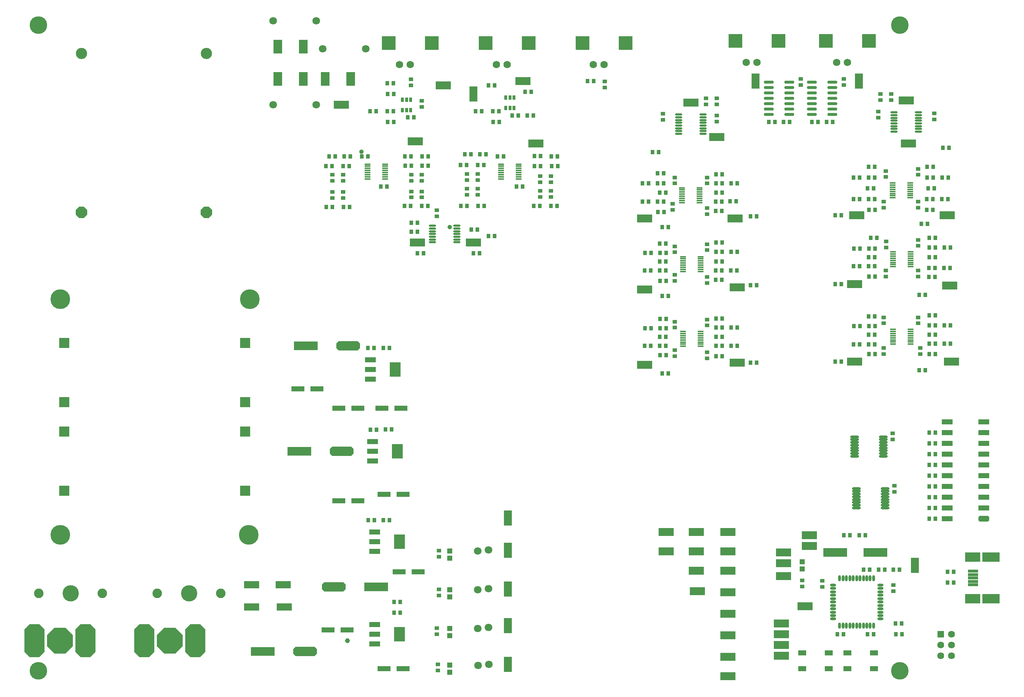
<source format=gts>
%FSLAX25Y25*%
%MOIN*%
G70*
G01*
G75*
G04 Layer_Color=8388736*
%ADD10R,0.03800X0.03200*%
%ADD11R,0.03200X0.03800*%
%ADD12R,0.11811X0.03937*%
%ADD13R,0.07087X0.13386*%
%ADD14O,0.01800X0.05118*%
%ADD15O,0.05118X0.01800*%
%ADD16R,0.13386X0.07087*%
%ADD17R,0.07087X0.04331*%
%ADD18R,0.03937X0.04331*%
%ADD19O,0.08661X0.02362*%
%ADD20O,0.06102X0.01378*%
%ADD21R,0.04724X0.01181*%
%ADD22R,0.02165X0.03740*%
%ADD23R,0.09449X0.03937*%
%ADD24R,0.09449X0.12992*%
%ADD25R,0.21654X0.07874*%
%ADD26R,0.13780X0.08071*%
%ADD27R,0.15748X0.08071*%
%ADD28R,0.08858X0.01969*%
%ADD29R,0.07600X0.12000*%
G04:AMPARAMS|DCode=30|XSize=216.54mil|YSize=78.74mil|CornerRadius=0mil|HoleSize=0mil|Usage=FLASHONLY|Rotation=180.000|XOffset=0mil|YOffset=0mil|HoleType=Round|Shape=Octagon|*
%AMOCTAGOND30*
4,1,8,-0.10827,0.01969,-0.10827,-0.01969,-0.08858,-0.03937,0.08858,-0.03937,0.10827,-0.01969,0.10827,0.01969,0.08858,0.03937,-0.08858,0.03937,-0.10827,0.01969,0.0*
%
%ADD30OCTAGOND30*%

%ADD31R,0.21654X0.07874*%
%ADD32R,0.13780X0.06299*%
%ADD33O,0.07480X0.01772*%
%ADD34R,0.09606X0.04409*%
G04:AMPARAMS|DCode=35|XSize=96.06mil|YSize=44.09mil|CornerRadius=0mil|HoleSize=0mil|Usage=FLASHONLY|Rotation=180.000|XOffset=0mil|YOffset=0mil|HoleType=Round|Shape=Octagon|*
%AMOCTAGOND35*
4,1,8,-0.04803,0.01102,-0.04803,-0.01102,-0.03701,-0.02205,0.03701,-0.02205,0.04803,-0.01102,0.04803,0.01102,0.03701,0.02205,-0.03701,0.02205,-0.04803,0.01102,0.0*
%
%ADD35OCTAGOND35*%

%ADD36C,0.00800*%
%ADD37C,0.03500*%
%ADD38C,0.05500*%
%ADD39C,0.06000*%
%ADD40C,0.08000*%
%ADD41C,0.02500*%
%ADD42C,0.01000*%
%ADD43C,0.01500*%
%ADD44C,0.02000*%
%ADD45C,0.04000*%
%ADD46C,0.01200*%
%ADD47C,0.01600*%
%ADD48C,0.09000*%
%ADD49C,0.06500*%
%ADD50C,0.06500*%
%ADD51C,0.06000*%
%ADD52R,0.12000X0.12000*%
%ADD53C,0.06200*%
%ADD54R,0.05800X0.05800*%
%ADD55C,0.05800*%
%ADD56P,0.10653X8X112.5*%
%ADD57C,0.09843*%
%ADD58C,0.14500*%
%ADD59C,0.08268*%
%ADD60R,0.08858X0.08858*%
%ADD61C,0.17716*%
%ADD62C,0.15748*%
G04:AMPARAMS|DCode=63|XSize=180mil|YSize=300mil|CornerRadius=0mil|HoleSize=0mil|Usage=FLASHONLY|Rotation=180.000|XOffset=0mil|YOffset=0mil|HoleType=Round|Shape=Octagon|*
%AMOCTAGOND63*
4,1,8,0.04500,-0.15000,-0.04500,-0.15000,-0.09000,-0.10500,-0.09000,0.10500,-0.04500,0.15000,0.04500,0.15000,0.09000,0.10500,0.09000,-0.10500,0.04500,-0.15000,0.0*
%
%ADD63OCTAGOND63*%

%ADD64P,0.25569X8X202.5*%
%ADD65C,0.04000*%
%ADD66C,0.03500*%
%ADD67C,0.03600*%
%ADD68C,0.07000*%
G04:AMPARAMS|DCode=69|XSize=85mil|YSize=85mil|CornerRadius=0mil|HoleSize=0mil|Usage=FLASHONLY|Rotation=0.000|XOffset=0mil|YOffset=0mil|HoleType=Round|Shape=Relief|Width=10mil|Gap=15mil|Entries=4|*
%AMTHD69*
7,0,0,0.08500,0.05500,0.01000,45*
%
%ADD69THD69*%
%ADD70C,0.08000*%
%ADD71C,0.13000*%
G04:AMPARAMS|DCode=72|XSize=86mil|YSize=86mil|CornerRadius=0mil|HoleSize=0mil|Usage=FLASHONLY|Rotation=0.000|XOffset=0mil|YOffset=0mil|HoleType=Round|Shape=Relief|Width=10mil|Gap=15mil|Entries=4|*
%AMTHD72*
7,0,0,0.08600,0.05600,0.01000,45*
%
%ADD72THD72*%
%ADD73C,0.08600*%
%ADD74C,0.08700*%
G04:AMPARAMS|DCode=75|XSize=87mil|YSize=87mil|CornerRadius=0mil|HoleSize=0mil|Usage=FLASHONLY|Rotation=0.000|XOffset=0mil|YOffset=0mil|HoleType=Round|Shape=Relief|Width=10mil|Gap=15mil|Entries=4|*
%AMTHD75*
7,0,0,0.08700,0.05700,0.01000,45*
%
%ADD75THD75*%
%ADD76C,0.10906*%
%ADD77C,0.15236*%
%ADD78C,0.10118*%
%ADD79C,0.09500*%
G04:AMPARAMS|DCode=80|XSize=95mil|YSize=95mil|CornerRadius=0mil|HoleSize=0mil|Usage=FLASHONLY|Rotation=0.000|XOffset=0mil|YOffset=0mil|HoleType=Round|Shape=Relief|Width=10mil|Gap=15mil|Entries=4|*
%AMTHD80*
7,0,0,0.09500,0.06500,0.01000,45*
%
%ADD80THD80*%
%ADD81C,0.08500*%
%ADD82C,0.19016*%
G04:AMPARAMS|DCode=83|XSize=109.055mil|YSize=109.055mil|CornerRadius=0mil|HoleSize=0mil|Usage=FLASHONLY|Rotation=0.000|XOffset=0mil|YOffset=0mil|HoleType=Round|Shape=Relief|Width=10mil|Gap=15mil|Entries=4|*
%AMTHD83*
7,0,0,0.10906,0.07906,0.01000,45*
%
%ADD83THD83*%
G04:AMPARAMS|DCode=84|XSize=187.795mil|YSize=187.795mil|CornerRadius=0mil|HoleSize=0mil|Usage=FLASHONLY|Rotation=0.000|XOffset=0mil|YOffset=0mil|HoleType=Round|Shape=Relief|Width=10mil|Gap=15mil|Entries=4|*
%AMTHD84*
7,0,0,0.18779,0.15779,0.01000,45*
%
%ADD84THD84*%
%ADD85C,0.20500*%
%ADD86C,0.26000*%
G04:AMPARAMS|DCode=87|XSize=66mil|YSize=66mil|CornerRadius=0mil|HoleSize=0mil|Usage=FLASHONLY|Rotation=0.000|XOffset=0mil|YOffset=0mil|HoleType=Round|Shape=Relief|Width=10mil|Gap=15mil|Entries=4|*
%AMTHD87*
7,0,0,0.06600,0.03600,0.01000,45*
%
%ADD87THD87*%
%ADD88C,0.06600*%
%ADD89C,0.05000*%
%ADD90C,0.03000*%
%ADD91C,0.04600*%
%ADD92C,0.02362*%
%ADD93C,0.00984*%
%ADD94C,0.04134*%
%ADD95C,0.03937*%
%ADD96C,0.00600*%
%ADD97C,0.00787*%
%ADD98C,0.00300*%
%ADD99C,0.00600*%
%ADD100C,0.01969*%
%ADD101C,0.04921*%
%ADD102C,0.05906*%
%ADD103C,0.00200*%
%ADD104R,0.04400X0.03800*%
%ADD105R,0.03800X0.04400*%
%ADD106R,0.12411X0.04537*%
%ADD107R,0.07687X0.13986*%
%ADD108O,0.02400X0.05718*%
%ADD109O,0.05718X0.02400*%
%ADD110R,0.13986X0.07687*%
%ADD111R,0.07687X0.04931*%
%ADD112R,0.04537X0.04931*%
%ADD113O,0.09261X0.02962*%
%ADD114O,0.06702X0.01978*%
%ADD115R,0.05324X0.01781*%
%ADD116R,0.02765X0.04340*%
%ADD117R,0.10049X0.04537*%
%ADD118R,0.10049X0.13592*%
%ADD119R,0.22253X0.08474*%
%ADD120R,0.14379X0.08671*%
%ADD121R,0.16348X0.08671*%
%ADD122R,0.09458X0.02569*%
%ADD123R,0.08200X0.12600*%
G04:AMPARAMS|DCode=124|XSize=222.53mil|YSize=84.74mil|CornerRadius=0mil|HoleSize=0mil|Usage=FLASHONLY|Rotation=180.000|XOffset=0mil|YOffset=0mil|HoleType=Round|Shape=Octagon|*
%AMOCTAGOND124*
4,1,8,-0.11127,0.02119,-0.11127,-0.02119,-0.09008,-0.04237,0.09008,-0.04237,0.11127,-0.02119,0.11127,0.02119,0.09008,0.04237,-0.09008,0.04237,-0.11127,0.02119,0.0*
%
%ADD124OCTAGOND124*%

%ADD125R,0.22253X0.08474*%
%ADD126R,0.14379X0.06899*%
%ADD127O,0.08080X0.02372*%
%ADD128R,0.10206X0.05009*%
G04:AMPARAMS|DCode=129|XSize=102.06mil|YSize=50.09mil|CornerRadius=0mil|HoleSize=0mil|Usage=FLASHONLY|Rotation=180.000|XOffset=0mil|YOffset=0mil|HoleType=Round|Shape=Octagon|*
%AMOCTAGOND129*
4,1,8,-0.05103,0.01252,-0.05103,-0.01252,-0.03851,-0.02505,0.03851,-0.02505,0.05103,-0.01252,0.05103,0.01252,0.03851,0.02505,-0.03851,0.02505,-0.05103,0.01252,0.0*
%
%ADD129OCTAGOND129*%

%ADD130C,0.07100*%
%ADD131R,0.12600X0.12600*%
%ADD132C,0.06800*%
%ADD133R,0.06400X0.06400*%
%ADD134C,0.06400*%
%ADD135P,0.11303X8X112.5*%
%ADD136C,0.10443*%
%ADD137C,0.15100*%
%ADD138C,0.08868*%
%ADD139R,0.09458X0.09458*%
%ADD140C,0.18316*%
%ADD141C,0.16348*%
G04:AMPARAMS|DCode=142|XSize=186mil|YSize=306mil|CornerRadius=0mil|HoleSize=0mil|Usage=FLASHONLY|Rotation=180.000|XOffset=0mil|YOffset=0mil|HoleType=Round|Shape=Octagon|*
%AMOCTAGOND142*
4,1,8,0.04650,-0.15300,-0.04650,-0.15300,-0.09300,-0.10650,-0.09300,0.10650,-0.04650,0.15300,0.04650,0.15300,0.09300,0.10650,0.09300,-0.10650,0.04650,-0.15300,0.0*
%
%ADD142OCTAGOND142*%

%ADD143P,0.26218X8X202.5*%
%ADD144C,0.04200*%
D91*
X2337000Y1698000D02*
D03*
D104*
X2641000Y1994500D02*
D03*
Y1988900D02*
D03*
X2671000Y1996500D02*
D03*
Y1990900D02*
D03*
X2844000Y1744000D02*
D03*
Y1749600D02*
D03*
X2759500Y1754000D02*
D03*
Y1748400D02*
D03*
X2798000Y2220000D02*
D03*
Y2214400D02*
D03*
X2758000Y2220000D02*
D03*
Y2214400D02*
D03*
X2420000Y2092400D02*
D03*
Y2098000D02*
D03*
X2832000Y2200400D02*
D03*
Y2206000D02*
D03*
X2680000Y2196400D02*
D03*
Y2202000D02*
D03*
Y2186000D02*
D03*
Y2180400D02*
D03*
X2630000Y2182000D02*
D03*
Y2187600D02*
D03*
X2830000Y2184000D02*
D03*
Y2189600D02*
D03*
X2671000Y1960500D02*
D03*
Y1966100D02*
D03*
X2641000Y1962500D02*
D03*
Y1968100D02*
D03*
X2671000Y2030500D02*
D03*
Y2036100D02*
D03*
X2641000Y2064500D02*
D03*
Y2058900D02*
D03*
X2671000Y2066500D02*
D03*
Y2060900D02*
D03*
X2641000Y2032500D02*
D03*
Y2038100D02*
D03*
X2869000Y1964500D02*
D03*
Y1970100D02*
D03*
X2867000Y1998500D02*
D03*
Y1992900D02*
D03*
X2837500Y2069000D02*
D03*
Y2063400D02*
D03*
X2641000Y2128500D02*
D03*
Y2122900D02*
D03*
X2671000Y2128500D02*
D03*
Y2122900D02*
D03*
Y2094500D02*
D03*
Y2100100D02*
D03*
X2639000Y2098500D02*
D03*
Y2104100D02*
D03*
X2835000Y1964500D02*
D03*
Y1970100D02*
D03*
Y1998500D02*
D03*
Y1992900D02*
D03*
X2867000Y2036500D02*
D03*
Y2042100D02*
D03*
Y2070500D02*
D03*
Y2064900D02*
D03*
X2837000Y2036500D02*
D03*
Y2042100D02*
D03*
X2867000Y2100500D02*
D03*
Y2106100D02*
D03*
Y2136500D02*
D03*
Y2130900D02*
D03*
X2835000Y2100500D02*
D03*
Y2106100D02*
D03*
X2837000Y2134500D02*
D03*
Y2128900D02*
D03*
X2526000Y2116000D02*
D03*
Y2110400D02*
D03*
X2516000Y2116000D02*
D03*
Y2110400D02*
D03*
Y2124000D02*
D03*
Y2129600D02*
D03*
X2526000Y2124000D02*
D03*
Y2129600D02*
D03*
X2458000Y2118000D02*
D03*
Y2112400D02*
D03*
X2448000Y2118000D02*
D03*
Y2112400D02*
D03*
X2458000Y2126000D02*
D03*
Y2131600D02*
D03*
X2448000Y2126000D02*
D03*
Y2131600D02*
D03*
X2420000Y1704000D02*
D03*
Y1709600D02*
D03*
X2670000Y2196400D02*
D03*
Y2202000D02*
D03*
X2333000Y2125500D02*
D03*
Y2131100D02*
D03*
X2406000Y2115500D02*
D03*
Y2109900D02*
D03*
X2396500Y2115500D02*
D03*
Y2109900D02*
D03*
X2406000Y2125500D02*
D03*
Y2131100D02*
D03*
X2396500Y2125500D02*
D03*
Y2131100D02*
D03*
X2323000Y2125400D02*
D03*
Y2131000D02*
D03*
X2333000Y2115000D02*
D03*
Y2109400D02*
D03*
X2323000Y2115000D02*
D03*
Y2109400D02*
D03*
X2576000Y2212000D02*
D03*
Y2217600D02*
D03*
X2406000Y2194000D02*
D03*
Y2199600D02*
D03*
X2396000Y2214000D02*
D03*
Y2219600D02*
D03*
X2421000Y1670500D02*
D03*
Y1676100D02*
D03*
X2422000Y1740000D02*
D03*
Y1745600D02*
D03*
Y1776000D02*
D03*
Y1781600D02*
D03*
X2882000Y2188000D02*
D03*
Y2182400D02*
D03*
X2845000Y1836500D02*
D03*
Y1842100D02*
D03*
X2843500Y1885000D02*
D03*
Y1890600D02*
D03*
X2778000Y1748000D02*
D03*
Y1753600D02*
D03*
X2842000Y2200400D02*
D03*
Y2206000D02*
D03*
D105*
X2627500Y1997000D02*
D03*
X2633100D02*
D03*
X2734000Y2180000D02*
D03*
X2728400D02*
D03*
X2774000D02*
D03*
X2768400D02*
D03*
X2836000Y1764000D02*
D03*
X2830400D02*
D03*
X2844000D02*
D03*
X2849600D02*
D03*
X2822000D02*
D03*
X2816400D02*
D03*
X2846000Y1714000D02*
D03*
X2851600D02*
D03*
X2820000Y1704000D02*
D03*
X2825600D02*
D03*
X2792000D02*
D03*
X2797600D02*
D03*
X2900000Y1762000D02*
D03*
X2894400D02*
D03*
X2900000Y1752000D02*
D03*
X2894400D02*
D03*
X2883000Y1891500D02*
D03*
X2877400D02*
D03*
X2883000Y1871500D02*
D03*
X2877400D02*
D03*
X2883000Y1861500D02*
D03*
X2877400D02*
D03*
X2883000Y1851500D02*
D03*
X2877400D02*
D03*
X2883000Y1841500D02*
D03*
X2877400D02*
D03*
X2883000Y1831500D02*
D03*
X2877400D02*
D03*
X2883000Y1821500D02*
D03*
X2877400D02*
D03*
X2883000Y1811500D02*
D03*
X2877400D02*
D03*
X2852000Y1704000D02*
D03*
X2846400D02*
D03*
X2883000Y1881500D02*
D03*
X2877400D02*
D03*
X2782000Y2180000D02*
D03*
X2787600D02*
D03*
X2742000D02*
D03*
X2747600D02*
D03*
X2473600Y2074000D02*
D03*
X2468000D02*
D03*
X2711400Y1956500D02*
D03*
X2717000D02*
D03*
X2629400Y1946500D02*
D03*
X2635000D02*
D03*
X2711400Y2028500D02*
D03*
X2717000D02*
D03*
X2629400Y2018500D02*
D03*
X2635000D02*
D03*
X2629400Y2082500D02*
D03*
X2635000D02*
D03*
X2711400Y2092500D02*
D03*
X2717000D02*
D03*
X2620400Y2152000D02*
D03*
X2626000D02*
D03*
X2895600Y2156000D02*
D03*
X2890000D02*
D03*
X2873600Y1949500D02*
D03*
X2868000D02*
D03*
X2795600Y1957500D02*
D03*
X2790000D02*
D03*
X2873600Y2019500D02*
D03*
X2868000D02*
D03*
X2795600Y2029500D02*
D03*
X2790000D02*
D03*
X2875600Y2085500D02*
D03*
X2870000D02*
D03*
X2795600Y2093500D02*
D03*
X2790000D02*
D03*
X2625000Y2106000D02*
D03*
X2630600D02*
D03*
X2685000Y1962500D02*
D03*
X2679400D02*
D03*
X2685000Y1972000D02*
D03*
X2679400D02*
D03*
X2699000D02*
D03*
X2693400D02*
D03*
X2685000Y1989000D02*
D03*
X2679400D02*
D03*
X2699000D02*
D03*
X2693400D02*
D03*
X2685000Y1980500D02*
D03*
X2679400D02*
D03*
X2627000Y1972000D02*
D03*
X2632600D02*
D03*
X2633000Y1963500D02*
D03*
X2627400D02*
D03*
X2613000Y1972000D02*
D03*
X2618600D02*
D03*
X2633000Y1988500D02*
D03*
X2627400D02*
D03*
X2619000D02*
D03*
X2613400D02*
D03*
X2627000Y1980500D02*
D03*
X2632600D02*
D03*
X2679000Y2042000D02*
D03*
X2684600D02*
D03*
X2693000D02*
D03*
X2698600D02*
D03*
X2679000Y2033500D02*
D03*
X2684600D02*
D03*
X2685000Y2068000D02*
D03*
X2679400D02*
D03*
X2685000Y2059500D02*
D03*
X2679400D02*
D03*
X2699000D02*
D03*
X2693400D02*
D03*
X2633000Y2032500D02*
D03*
X2627400D02*
D03*
X2627000Y2042000D02*
D03*
X2632600D02*
D03*
X2613000D02*
D03*
X2618600D02*
D03*
X2633000Y2058500D02*
D03*
X2627400D02*
D03*
X2619000D02*
D03*
X2613400D02*
D03*
X2685000Y2050500D02*
D03*
X2679400D02*
D03*
X2627000D02*
D03*
X2632600D02*
D03*
X2679000Y2097500D02*
D03*
X2684600D02*
D03*
X2679000Y2106000D02*
D03*
X2684600D02*
D03*
X2692500Y2106500D02*
D03*
X2698100D02*
D03*
X2699000Y2123000D02*
D03*
X2693400D02*
D03*
X2685000D02*
D03*
X2679400D02*
D03*
X2685000Y2114500D02*
D03*
X2679400D02*
D03*
X2631000Y2096500D02*
D03*
X2625400D02*
D03*
X2611000Y2106000D02*
D03*
X2616600D02*
D03*
X2627000Y2114500D02*
D03*
X2632600D02*
D03*
X2625000Y2123000D02*
D03*
X2630600D02*
D03*
X2611000D02*
D03*
X2616600D02*
D03*
X2883000Y1964500D02*
D03*
X2877400D02*
D03*
X2897000Y1974000D02*
D03*
X2891400D02*
D03*
X2883000D02*
D03*
X2877400D02*
D03*
X2883000Y1991000D02*
D03*
X2877400D02*
D03*
X2897000D02*
D03*
X2891400D02*
D03*
X2883000Y1982500D02*
D03*
X2877400D02*
D03*
X2827000Y1964500D02*
D03*
X2821400D02*
D03*
X2821000Y1973500D02*
D03*
X2826600D02*
D03*
X2807000D02*
D03*
X2812600D02*
D03*
X2821000Y1999500D02*
D03*
X2826600D02*
D03*
X2813000Y1990500D02*
D03*
X2807400D02*
D03*
X2827000D02*
D03*
X2821400D02*
D03*
X2821000Y1982500D02*
D03*
X2826600D02*
D03*
X2891000Y2044500D02*
D03*
X2896600D02*
D03*
X2877000D02*
D03*
X2882600D02*
D03*
X2877000Y2036000D02*
D03*
X2882600D02*
D03*
X2883000Y2072500D02*
D03*
X2877400D02*
D03*
X2883000Y2063500D02*
D03*
X2877400D02*
D03*
X2897000D02*
D03*
X2891400D02*
D03*
X2883000Y2054500D02*
D03*
X2877400D02*
D03*
X2827000Y2036500D02*
D03*
X2821400D02*
D03*
X2821000Y2046000D02*
D03*
X2826600D02*
D03*
X2807000D02*
D03*
X2812600D02*
D03*
X2821000Y2054500D02*
D03*
X2826600D02*
D03*
X2813000Y2062500D02*
D03*
X2807400D02*
D03*
X2827000D02*
D03*
X2821400D02*
D03*
X2875000Y2098500D02*
D03*
X2880600D02*
D03*
X2889000Y2108500D02*
D03*
X2894600D02*
D03*
X2875000D02*
D03*
X2880600D02*
D03*
X2881000Y2138500D02*
D03*
X2875400D02*
D03*
X2895000Y2128500D02*
D03*
X2889400D02*
D03*
X2881000D02*
D03*
X2875400D02*
D03*
X2882000Y2118500D02*
D03*
X2876400D02*
D03*
X2807000Y2108500D02*
D03*
X2812600D02*
D03*
X2821000D02*
D03*
X2826600D02*
D03*
X2827000Y2098500D02*
D03*
X2821400D02*
D03*
X2821000Y2128500D02*
D03*
X2826600D02*
D03*
X2820000Y2118500D02*
D03*
X2825600D02*
D03*
X2452000Y2080000D02*
D03*
X2457600D02*
D03*
X2407600Y2058000D02*
D03*
X2402000D02*
D03*
X2459600D02*
D03*
X2454000D02*
D03*
X2396500Y2086500D02*
D03*
X2402100D02*
D03*
X2402000Y2078000D02*
D03*
X2396400D02*
D03*
X2482000Y2148000D02*
D03*
X2476400D02*
D03*
X2504000Y2186000D02*
D03*
X2509600D02*
D03*
X2446000Y2150000D02*
D03*
X2451600D02*
D03*
X2460000D02*
D03*
X2465600D02*
D03*
X2458000Y2140000D02*
D03*
X2463600D02*
D03*
X2442000D02*
D03*
X2447600D02*
D03*
X2516500Y2148500D02*
D03*
X2510900D02*
D03*
X2526000Y2102000D02*
D03*
X2531600D02*
D03*
X2510000D02*
D03*
X2515600D02*
D03*
X2494000Y2120000D02*
D03*
X2499600D02*
D03*
X2532500Y2139000D02*
D03*
X2526900D02*
D03*
X2516500D02*
D03*
X2510900D02*
D03*
X2464000Y2102000D02*
D03*
X2458400D02*
D03*
X2448000D02*
D03*
X2442400D02*
D03*
X2461600Y2190000D02*
D03*
X2456000D02*
D03*
X2478000Y2180000D02*
D03*
X2472400D02*
D03*
X2472000Y2190000D02*
D03*
X2477600D02*
D03*
X2378000Y1894500D02*
D03*
X2372400D02*
D03*
X2376000Y1810000D02*
D03*
X2370400D02*
D03*
X2363600Y2190000D02*
D03*
X2358000D02*
D03*
X2380000Y2180000D02*
D03*
X2374400D02*
D03*
X2356000Y2148000D02*
D03*
X2350400D02*
D03*
X2406000Y2101900D02*
D03*
X2411600D02*
D03*
X2390000Y2102000D02*
D03*
X2395600D02*
D03*
X2396500Y2139500D02*
D03*
X2390900D02*
D03*
X2412000D02*
D03*
X2406400D02*
D03*
X2368000Y2120000D02*
D03*
X2373600D02*
D03*
X2333000Y2139000D02*
D03*
X2338600D02*
D03*
X2317000D02*
D03*
X2322600D02*
D03*
X2339000Y2101000D02*
D03*
X2333400D02*
D03*
X2323000D02*
D03*
X2317400D02*
D03*
X2560000Y2218000D02*
D03*
X2565600D02*
D03*
X2502000Y2208000D02*
D03*
X2507600D02*
D03*
X2490000Y2186000D02*
D03*
X2495600D02*
D03*
X2374000Y2190000D02*
D03*
X2379600D02*
D03*
X2380000Y2206000D02*
D03*
X2374400D02*
D03*
X2393000Y2184500D02*
D03*
X2398600D02*
D03*
X2374000Y2216000D02*
D03*
X2379600D02*
D03*
X2334000Y2148000D02*
D03*
X2339600D02*
D03*
X2412000D02*
D03*
X2406400D02*
D03*
X2364000Y1894000D02*
D03*
X2358400D02*
D03*
X2320000Y2148000D02*
D03*
X2325600D02*
D03*
X2396000D02*
D03*
X2390400D02*
D03*
X2386000Y1724000D02*
D03*
X2380400D02*
D03*
X2386000Y1734000D02*
D03*
X2380400D02*
D03*
X2685000Y1997500D02*
D03*
X2679400D02*
D03*
X2883000Y2000500D02*
D03*
X2877400D02*
D03*
X2627000Y2067000D02*
D03*
X2632600D02*
D03*
X2823000Y2072500D02*
D03*
X2828600D02*
D03*
X2807000Y2128500D02*
D03*
X2812600D02*
D03*
X2625000Y2132500D02*
D03*
X2630600D02*
D03*
X2685000Y2131500D02*
D03*
X2679400D02*
D03*
X2821000Y2138500D02*
D03*
X2826600D02*
D03*
X2798000Y1796000D02*
D03*
X2803600D02*
D03*
X2818000D02*
D03*
X2812400D02*
D03*
X2468000Y2214000D02*
D03*
X2473600D02*
D03*
X2356000Y1970000D02*
D03*
X2361600D02*
D03*
X2376000D02*
D03*
X2370400D02*
D03*
X2532000Y2148000D02*
D03*
X2526400D02*
D03*
X2362000Y1810000D02*
D03*
X2356400D02*
D03*
D106*
X2385142Y1762000D02*
D03*
X2402858D02*
D03*
X2388858Y1834000D02*
D03*
X2371142D02*
D03*
X2329142Y1828000D02*
D03*
X2346858D02*
D03*
Y1914000D02*
D03*
X2329142D02*
D03*
X2308858Y1932000D02*
D03*
X2291142D02*
D03*
X2386858Y1914000D02*
D03*
X2369142D02*
D03*
X2371142Y1672000D02*
D03*
X2388858D02*
D03*
X2336858Y1708000D02*
D03*
X2319142D02*
D03*
D107*
X2486000Y1746000D02*
D03*
Y1782000D02*
D03*
Y1812000D02*
D03*
Y1712000D02*
D03*
Y1676000D02*
D03*
X2716000Y2218000D02*
D03*
X2812000D02*
D03*
X2454000Y2206000D02*
D03*
X2864000Y1768000D02*
D03*
D108*
X2825748Y1711953D02*
D03*
X2822598D02*
D03*
X2819449D02*
D03*
X2816299D02*
D03*
X2813150D02*
D03*
X2810000D02*
D03*
X2806850D02*
D03*
X2803701D02*
D03*
X2800551D02*
D03*
X2797402D02*
D03*
X2794252D02*
D03*
X2794252Y1756047D02*
D03*
X2797402D02*
D03*
X2800551D02*
D03*
X2803701D02*
D03*
X2806850D02*
D03*
X2810000D02*
D03*
X2813150D02*
D03*
X2816299D02*
D03*
X2819449D02*
D03*
X2822598D02*
D03*
X2825748D02*
D03*
D109*
X2787953Y1718252D02*
D03*
Y1721402D02*
D03*
Y1724551D02*
D03*
Y1727701D02*
D03*
Y1730850D02*
D03*
Y1734000D02*
D03*
Y1737150D02*
D03*
Y1740299D02*
D03*
Y1743449D02*
D03*
Y1746598D02*
D03*
Y1749748D02*
D03*
X2832047Y1749748D02*
D03*
Y1746598D02*
D03*
Y1743449D02*
D03*
Y1740299D02*
D03*
Y1737150D02*
D03*
Y1734000D02*
D03*
Y1730850D02*
D03*
Y1727701D02*
D03*
Y1724551D02*
D03*
Y1721402D02*
D03*
Y1718252D02*
D03*
D110*
X2633000Y1781000D02*
D03*
Y1799000D02*
D03*
X2662000Y1744000D02*
D03*
X2690500Y1665000D02*
D03*
X2762000Y1730000D02*
D03*
X2690500Y1799000D02*
D03*
X2661000D02*
D03*
Y1781000D02*
D03*
Y1763000D02*
D03*
X2690500Y1683000D02*
D03*
Y1703000D02*
D03*
Y1723000D02*
D03*
Y1743000D02*
D03*
Y1763000D02*
D03*
Y1781000D02*
D03*
X2858000Y2160000D02*
D03*
X2680000Y2166000D02*
D03*
X2699000Y1956500D02*
D03*
X2613000Y1954500D02*
D03*
X2699000Y2026500D02*
D03*
X2613000Y2024500D02*
D03*
X2697000Y2090500D02*
D03*
X2613000D02*
D03*
X2898000Y1957500D02*
D03*
X2808000D02*
D03*
X2896500Y2028000D02*
D03*
X2808000Y2029500D02*
D03*
X2894000Y2093500D02*
D03*
X2810000D02*
D03*
X2454000Y2068000D02*
D03*
X2402000D02*
D03*
X2500000Y2218000D02*
D03*
X2426000Y2214000D02*
D03*
X2856000Y2200000D02*
D03*
X2656000Y2198000D02*
D03*
X2512000Y2160000D02*
D03*
X2331500Y2196000D02*
D03*
X2400000Y2162000D02*
D03*
X2766000Y1786000D02*
D03*
Y1796000D02*
D03*
X2740000Y1684000D02*
D03*
X2742000Y1770000D02*
D03*
Y1780000D02*
D03*
Y1758000D02*
D03*
X2740000Y1714000D02*
D03*
Y1704000D02*
D03*
Y1694000D02*
D03*
D111*
X2826000Y1686567D02*
D03*
X2801591D02*
D03*
Y1672000D02*
D03*
X2826000D02*
D03*
X2784000Y1686567D02*
D03*
X2759591D02*
D03*
Y1672000D02*
D03*
X2784000D02*
D03*
D112*
X2759500Y1764654D02*
D03*
Y1771346D02*
D03*
X2432000Y1675347D02*
D03*
Y1668654D02*
D03*
Y1781347D02*
D03*
Y1774654D02*
D03*
Y1745346D02*
D03*
Y1738654D02*
D03*
Y1709347D02*
D03*
Y1702654D02*
D03*
D113*
X2787449Y2187000D02*
D03*
Y2192000D02*
D03*
Y2197000D02*
D03*
Y2202000D02*
D03*
Y2207000D02*
D03*
Y2212000D02*
D03*
Y2217000D02*
D03*
X2768551Y2187000D02*
D03*
Y2192000D02*
D03*
Y2197000D02*
D03*
Y2202000D02*
D03*
Y2207000D02*
D03*
Y2212000D02*
D03*
Y2217000D02*
D03*
X2747449Y2187000D02*
D03*
Y2192000D02*
D03*
Y2197000D02*
D03*
Y2202000D02*
D03*
Y2207000D02*
D03*
Y2212000D02*
D03*
Y2217000D02*
D03*
X2728551Y2187000D02*
D03*
Y2192000D02*
D03*
Y2197000D02*
D03*
Y2202000D02*
D03*
Y2207000D02*
D03*
Y2212000D02*
D03*
Y2217000D02*
D03*
D114*
X2438819Y2068323D02*
D03*
Y2070882D02*
D03*
Y2073441D02*
D03*
Y2076000D02*
D03*
Y2078559D02*
D03*
Y2081118D02*
D03*
Y2083677D02*
D03*
X2416181Y2068323D02*
D03*
Y2070882D02*
D03*
Y2073441D02*
D03*
Y2076000D02*
D03*
Y2078559D02*
D03*
Y2081118D02*
D03*
Y2083677D02*
D03*
X2644681Y2186957D02*
D03*
Y2184398D02*
D03*
Y2181839D02*
D03*
Y2179280D02*
D03*
Y2176720D02*
D03*
Y2174161D02*
D03*
Y2171602D02*
D03*
Y2169043D02*
D03*
X2667319Y2186957D02*
D03*
Y2184398D02*
D03*
Y2181839D02*
D03*
Y2179280D02*
D03*
Y2176720D02*
D03*
Y2174161D02*
D03*
Y2171602D02*
D03*
Y2169043D02*
D03*
X2844681Y2188957D02*
D03*
Y2186398D02*
D03*
Y2183839D02*
D03*
Y2181280D02*
D03*
Y2178720D02*
D03*
Y2176161D02*
D03*
Y2173602D02*
D03*
Y2171043D02*
D03*
X2867319Y2188957D02*
D03*
Y2186398D02*
D03*
Y2183839D02*
D03*
Y2181280D02*
D03*
Y2178720D02*
D03*
Y2176161D02*
D03*
Y2173602D02*
D03*
Y2171043D02*
D03*
D115*
X2665169Y2041110D02*
D03*
Y2043079D02*
D03*
Y2045047D02*
D03*
Y2047016D02*
D03*
Y2048984D02*
D03*
Y2050953D02*
D03*
Y2052921D02*
D03*
Y2054890D02*
D03*
X2648831Y2041110D02*
D03*
Y2043079D02*
D03*
Y2045047D02*
D03*
Y2047016D02*
D03*
Y2048984D02*
D03*
Y2050953D02*
D03*
Y2052921D02*
D03*
Y2054890D02*
D03*
X2664169Y2105110D02*
D03*
Y2107079D02*
D03*
Y2109047D02*
D03*
Y2111016D02*
D03*
Y2112984D02*
D03*
Y2114953D02*
D03*
Y2116921D02*
D03*
Y2118890D02*
D03*
X2647831Y2105110D02*
D03*
Y2107079D02*
D03*
Y2109047D02*
D03*
Y2111016D02*
D03*
Y2112984D02*
D03*
Y2114953D02*
D03*
Y2116921D02*
D03*
Y2118890D02*
D03*
X2860169Y1973610D02*
D03*
Y1975579D02*
D03*
Y1977547D02*
D03*
Y1979516D02*
D03*
Y1981484D02*
D03*
Y1983453D02*
D03*
Y1985421D02*
D03*
Y1987390D02*
D03*
X2843831Y1973610D02*
D03*
Y1975579D02*
D03*
Y1977547D02*
D03*
Y1979516D02*
D03*
Y1981484D02*
D03*
Y1983453D02*
D03*
Y1985421D02*
D03*
Y1987390D02*
D03*
X2860169Y2045610D02*
D03*
Y2047579D02*
D03*
Y2049547D02*
D03*
Y2051516D02*
D03*
Y2053484D02*
D03*
Y2055453D02*
D03*
Y2057421D02*
D03*
Y2059390D02*
D03*
X2843831Y2045610D02*
D03*
Y2047579D02*
D03*
Y2049547D02*
D03*
Y2051516D02*
D03*
Y2053484D02*
D03*
Y2055453D02*
D03*
Y2057421D02*
D03*
Y2059390D02*
D03*
X2859669Y2109610D02*
D03*
Y2111579D02*
D03*
Y2113547D02*
D03*
Y2115516D02*
D03*
Y2117484D02*
D03*
Y2119453D02*
D03*
Y2121421D02*
D03*
Y2123390D02*
D03*
X2843331Y2109610D02*
D03*
Y2111579D02*
D03*
Y2113547D02*
D03*
Y2115516D02*
D03*
Y2117484D02*
D03*
Y2119453D02*
D03*
Y2121421D02*
D03*
Y2123390D02*
D03*
X2496169Y2127110D02*
D03*
Y2129079D02*
D03*
Y2131047D02*
D03*
Y2133016D02*
D03*
Y2134984D02*
D03*
Y2136953D02*
D03*
Y2138921D02*
D03*
Y2140890D02*
D03*
X2479831Y2127110D02*
D03*
Y2129079D02*
D03*
Y2131047D02*
D03*
Y2133016D02*
D03*
Y2134984D02*
D03*
Y2136953D02*
D03*
Y2138921D02*
D03*
Y2140890D02*
D03*
X2372169Y2127110D02*
D03*
Y2129079D02*
D03*
Y2131047D02*
D03*
Y2133016D02*
D03*
Y2134984D02*
D03*
Y2136953D02*
D03*
Y2138921D02*
D03*
Y2140890D02*
D03*
X2355831Y2127110D02*
D03*
Y2129079D02*
D03*
Y2131047D02*
D03*
Y2133016D02*
D03*
Y2134984D02*
D03*
Y2136953D02*
D03*
Y2138921D02*
D03*
Y2140890D02*
D03*
X2665169Y1971610D02*
D03*
Y1973579D02*
D03*
Y1975547D02*
D03*
Y1977516D02*
D03*
Y1979484D02*
D03*
Y1981453D02*
D03*
Y1983421D02*
D03*
Y1985390D02*
D03*
X2648831Y1971610D02*
D03*
Y1973579D02*
D03*
Y1975547D02*
D03*
Y1977516D02*
D03*
Y1979484D02*
D03*
Y1981453D02*
D03*
Y1983421D02*
D03*
Y1985390D02*
D03*
D116*
X2491740Y2202823D02*
D03*
X2488000D02*
D03*
X2484260D02*
D03*
Y2193177D02*
D03*
X2488000D02*
D03*
X2491740D02*
D03*
X2395740Y2200823D02*
D03*
X2392000D02*
D03*
X2388260D02*
D03*
Y2191177D02*
D03*
X2392000D02*
D03*
X2395740D02*
D03*
D117*
X2358583Y1959055D02*
D03*
Y1950000D02*
D03*
Y1940945D02*
D03*
X2360583Y1883055D02*
D03*
Y1874000D02*
D03*
Y1864945D02*
D03*
X2362583Y1799055D02*
D03*
Y1790000D02*
D03*
Y1780945D02*
D03*
Y1713055D02*
D03*
Y1704000D02*
D03*
Y1694945D02*
D03*
D118*
X2381417Y1950000D02*
D03*
X2383417Y1874000D02*
D03*
X2385417Y1790000D02*
D03*
Y1704000D02*
D03*
D119*
X2827402Y1780000D02*
D03*
X2790000D02*
D03*
D120*
X2917902Y1775689D02*
D03*
Y1736909D02*
D03*
D121*
X2934634Y1775689D02*
D03*
Y1736909D02*
D03*
D122*
X2918000Y1762598D02*
D03*
Y1759449D02*
D03*
Y1756299D02*
D03*
Y1753150D02*
D03*
Y1750000D02*
D03*
D123*
X2296000Y2250000D02*
D03*
X2272400D02*
D03*
X2340000Y2220000D02*
D03*
X2316400D02*
D03*
X2296000D02*
D03*
X2272400D02*
D03*
D124*
X2331685Y1874000D02*
D03*
X2337685Y1972000D02*
D03*
X2324315Y1748000D02*
D03*
X2297685Y1688000D02*
D03*
D125*
X2292315Y1874000D02*
D03*
X2298315Y1972000D02*
D03*
X2363685Y1748000D02*
D03*
X2258315Y1688000D02*
D03*
D126*
X2277528Y1750000D02*
D03*
X2278512Y1729331D02*
D03*
X2248000D02*
D03*
Y1750000D02*
D03*
D127*
X2834787Y1869543D02*
D03*
Y1872102D02*
D03*
Y1874661D02*
D03*
Y1877221D02*
D03*
Y1879779D02*
D03*
Y1882339D02*
D03*
Y1884898D02*
D03*
Y1887457D02*
D03*
X2808213Y1869543D02*
D03*
Y1872102D02*
D03*
Y1874661D02*
D03*
Y1877221D02*
D03*
Y1879779D02*
D03*
Y1882339D02*
D03*
Y1884898D02*
D03*
Y1887457D02*
D03*
X2836287Y1821543D02*
D03*
Y1824102D02*
D03*
Y1826661D02*
D03*
Y1829221D02*
D03*
Y1831779D02*
D03*
Y1834339D02*
D03*
Y1836898D02*
D03*
Y1839457D02*
D03*
X2809713Y1821543D02*
D03*
Y1824102D02*
D03*
Y1826661D02*
D03*
Y1829221D02*
D03*
Y1831779D02*
D03*
Y1834339D02*
D03*
Y1836898D02*
D03*
Y1839457D02*
D03*
D128*
X2894051Y1811500D02*
D03*
Y1821500D02*
D03*
Y1831500D02*
D03*
Y1841500D02*
D03*
Y1851500D02*
D03*
Y1861500D02*
D03*
Y1871500D02*
D03*
Y1881500D02*
D03*
Y1891500D02*
D03*
Y1901500D02*
D03*
X2927949D02*
D03*
Y1891500D02*
D03*
Y1881500D02*
D03*
Y1871500D02*
D03*
Y1861500D02*
D03*
Y1851500D02*
D03*
Y1841500D02*
D03*
Y1831500D02*
D03*
Y1821500D02*
D03*
D129*
Y1811500D02*
D03*
D130*
X2308000Y2274000D02*
D03*
X2268000D02*
D03*
X2458500Y1675000D02*
D03*
X2468500Y1676000D02*
D03*
X2458000Y1709500D02*
D03*
X2468000Y1710500D02*
D03*
X2458000Y1745500D02*
D03*
X2468000Y1746500D02*
D03*
X2458000Y1781500D02*
D03*
X2468000Y1782500D02*
D03*
X2354000Y2248000D02*
D03*
X2314000D02*
D03*
X2268000Y2196000D02*
D03*
X2308000D02*
D03*
D131*
X2781400Y2255400D02*
D03*
X2821400D02*
D03*
X2697400D02*
D03*
X2737400D02*
D03*
X2555400Y2253400D02*
D03*
X2595400D02*
D03*
X2465400D02*
D03*
X2505400D02*
D03*
X2375400D02*
D03*
X2415400D02*
D03*
D132*
X2791400Y2235400D02*
D03*
X2801400D02*
D03*
X2707400D02*
D03*
X2717400D02*
D03*
X2565400Y2233400D02*
D03*
X2575400D02*
D03*
X2475400D02*
D03*
X2485400D02*
D03*
X2385400D02*
D03*
X2395400D02*
D03*
D133*
X2888000Y1704000D02*
D03*
D134*
X2898000D02*
D03*
X2888000Y1694000D02*
D03*
X2898000D02*
D03*
X2888000Y1684000D02*
D03*
X2898000D02*
D03*
D135*
X2206000Y2096181D02*
D03*
X2090000D02*
D03*
D136*
X2206000Y2243819D02*
D03*
X2090000D02*
D03*
D137*
X2190000Y1742000D02*
D03*
X2080000D02*
D03*
D138*
X2219528D02*
D03*
X2160472D02*
D03*
X2050472D02*
D03*
X2109528D02*
D03*
D139*
X2074004Y1837240D02*
D03*
Y1892240D02*
D03*
Y1919760D02*
D03*
Y1974760D02*
D03*
X2241996Y1837240D02*
D03*
Y1892279D02*
D03*
Y1919760D02*
D03*
Y1974760D02*
D03*
D140*
X2070402Y2015449D02*
D03*
X2246583D02*
D03*
X2070402Y1796551D02*
D03*
X2245598D02*
D03*
D141*
X2850000Y2270000D02*
D03*
X2050000Y1670000D02*
D03*
X2850000D02*
D03*
X2050000Y2270000D02*
D03*
D142*
X2093622Y1698000D02*
D03*
X2046378D02*
D03*
X2195622D02*
D03*
X2148378D02*
D03*
D143*
X2070000D02*
D03*
X2172000D02*
D03*
D144*
X2350000Y2152500D02*
D03*
X2432000Y2082500D02*
D03*
M02*

</source>
